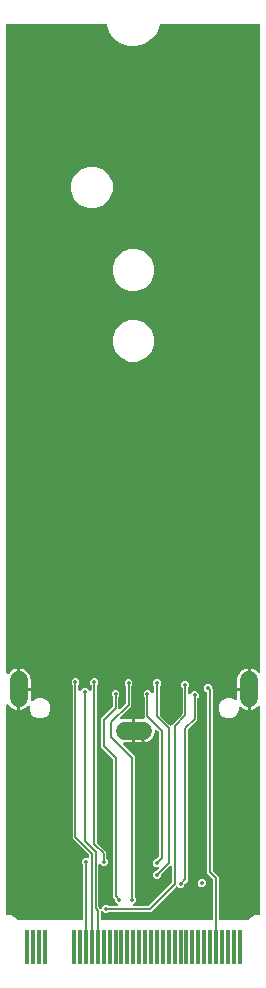
<source format=gbr>
G04 EAGLE Gerber RS-274X export*
G75*
%MOMM*%
%FSLAX34Y34*%
%LPD*%
%INBottom Copper*%
%IPPOS*%
%AMOC8*
5,1,8,0,0,1.08239X$1,22.5*%
G01*
%ADD10R,0.330000X3.000000*%
%ADD11C,1.500000*%
%ADD12C,0.352400*%
%ADD13C,0.152400*%

G36*
X66562Y38746D02*
X66562Y38746D01*
X66681Y38753D01*
X66719Y38766D01*
X66760Y38771D01*
X66870Y38814D01*
X66983Y38851D01*
X67018Y38873D01*
X67055Y38888D01*
X67151Y38958D01*
X67252Y39021D01*
X67280Y39051D01*
X67313Y39074D01*
X67389Y39166D01*
X67470Y39253D01*
X67490Y39288D01*
X67515Y39319D01*
X67566Y39427D01*
X67624Y39531D01*
X67634Y39571D01*
X67651Y39607D01*
X67673Y39724D01*
X67703Y39839D01*
X67707Y39900D01*
X67711Y39920D01*
X67709Y39940D01*
X67713Y40000D01*
X67713Y85113D01*
X67701Y85211D01*
X67698Y85310D01*
X67681Y85368D01*
X67673Y85428D01*
X67637Y85520D01*
X67609Y85616D01*
X67579Y85668D01*
X67556Y85724D01*
X67498Y85804D01*
X67448Y85889D01*
X67382Y85965D01*
X67370Y85981D01*
X67360Y85989D01*
X67342Y86010D01*
X66713Y86639D01*
X66713Y89361D01*
X68639Y91287D01*
X71492Y91287D01*
X71610Y91302D01*
X71729Y91309D01*
X71767Y91322D01*
X71808Y91327D01*
X71918Y91370D01*
X72031Y91407D01*
X72066Y91429D01*
X72103Y91444D01*
X72199Y91513D01*
X72300Y91577D01*
X72328Y91607D01*
X72361Y91630D01*
X72437Y91722D01*
X72518Y91809D01*
X72538Y91844D01*
X72563Y91875D01*
X72614Y91983D01*
X72672Y92087D01*
X72682Y92127D01*
X72699Y92163D01*
X72721Y92280D01*
X72751Y92395D01*
X72755Y92455D01*
X72759Y92475D01*
X72757Y92496D01*
X72761Y92556D01*
X72761Y93479D01*
X72749Y93577D01*
X72746Y93676D01*
X72729Y93735D01*
X72721Y93795D01*
X72685Y93887D01*
X72657Y93982D01*
X72627Y94034D01*
X72604Y94090D01*
X72546Y94170D01*
X72496Y94256D01*
X72430Y94331D01*
X72418Y94348D01*
X72408Y94355D01*
X72390Y94377D01*
X60425Y106342D01*
X60424Y106342D01*
X58713Y108053D01*
X58713Y237113D01*
X58701Y237211D01*
X58698Y237310D01*
X58681Y237368D01*
X58673Y237428D01*
X58637Y237520D01*
X58609Y237616D01*
X58579Y237668D01*
X58556Y237724D01*
X58498Y237804D01*
X58448Y237889D01*
X58382Y237965D01*
X58370Y237981D01*
X58360Y237989D01*
X58342Y238010D01*
X57713Y238639D01*
X57713Y241361D01*
X59639Y243287D01*
X62361Y243287D01*
X64287Y241361D01*
X64287Y238639D01*
X63658Y238010D01*
X63598Y237932D01*
X63530Y237860D01*
X63501Y237807D01*
X63464Y237759D01*
X63424Y237668D01*
X63376Y237581D01*
X63361Y237523D01*
X63337Y237467D01*
X63322Y237369D01*
X63297Y237274D01*
X63291Y237173D01*
X63287Y237153D01*
X63289Y237141D01*
X63287Y237113D01*
X63287Y233999D01*
X63304Y233862D01*
X63317Y233723D01*
X63324Y233704D01*
X63327Y233684D01*
X63378Y233555D01*
X63425Y233423D01*
X63436Y233407D01*
X63444Y233388D01*
X63525Y233275D01*
X63603Y233160D01*
X63619Y233147D01*
X63630Y233131D01*
X63738Y233042D01*
X63842Y232950D01*
X63860Y232941D01*
X63875Y232928D01*
X64001Y232868D01*
X64125Y232805D01*
X64145Y232801D01*
X64163Y232792D01*
X64299Y232766D01*
X64435Y232736D01*
X64456Y232736D01*
X64475Y232732D01*
X64614Y232741D01*
X64753Y232745D01*
X64773Y232751D01*
X64793Y232752D01*
X64925Y232795D01*
X65059Y232834D01*
X65076Y232844D01*
X65095Y232850D01*
X65213Y232925D01*
X65333Y232995D01*
X65354Y233014D01*
X65364Y233020D01*
X65378Y233035D01*
X65453Y233102D01*
X67639Y235287D01*
X70361Y235287D01*
X72547Y233102D01*
X72656Y233016D01*
X72763Y232928D01*
X72782Y232919D01*
X72798Y232907D01*
X72926Y232851D01*
X73051Y232792D01*
X73071Y232788D01*
X73090Y232780D01*
X73228Y232758D01*
X73364Y232732D01*
X73384Y232734D01*
X73404Y232730D01*
X73543Y232744D01*
X73681Y232752D01*
X73700Y232758D01*
X73720Y232760D01*
X73852Y232807D01*
X73983Y232850D01*
X74001Y232861D01*
X74020Y232868D01*
X74135Y232946D01*
X74252Y233020D01*
X74266Y233035D01*
X74283Y233046D01*
X74375Y233151D01*
X74470Y233252D01*
X74480Y233270D01*
X74493Y233285D01*
X74557Y233409D01*
X74624Y233530D01*
X74629Y233550D01*
X74638Y233568D01*
X74668Y233704D01*
X74703Y233838D01*
X74705Y233866D01*
X74708Y233878D01*
X74707Y233899D01*
X74713Y233999D01*
X74713Y237113D01*
X74701Y237211D01*
X74698Y237310D01*
X74681Y237368D01*
X74673Y237428D01*
X74637Y237520D01*
X74609Y237616D01*
X74579Y237668D01*
X74556Y237724D01*
X74498Y237804D01*
X74448Y237889D01*
X74382Y237965D01*
X74370Y237981D01*
X74360Y237989D01*
X74342Y238010D01*
X73713Y238639D01*
X73713Y241361D01*
X75639Y243287D01*
X78361Y243287D01*
X80287Y241361D01*
X80287Y238639D01*
X79658Y238010D01*
X79598Y237932D01*
X79530Y237860D01*
X79501Y237807D01*
X79464Y237759D01*
X79424Y237668D01*
X79376Y237581D01*
X79361Y237523D01*
X79337Y237467D01*
X79322Y237369D01*
X79297Y237274D01*
X79291Y237173D01*
X79287Y237153D01*
X79289Y237141D01*
X79287Y237113D01*
X79287Y104473D01*
X79299Y104375D01*
X79302Y104276D01*
X79319Y104218D01*
X79327Y104157D01*
X79363Y104065D01*
X79391Y103970D01*
X79421Y103918D01*
X79444Y103862D01*
X79502Y103782D01*
X79552Y103696D01*
X79618Y103621D01*
X79630Y103604D01*
X79640Y103597D01*
X79658Y103575D01*
X87287Y95947D01*
X87287Y90887D01*
X87299Y90789D01*
X87302Y90690D01*
X87319Y90632D01*
X87327Y90572D01*
X87363Y90480D01*
X87391Y90384D01*
X87421Y90332D01*
X87444Y90276D01*
X87502Y90196D01*
X87552Y90111D01*
X87618Y90035D01*
X87630Y90019D01*
X87640Y90011D01*
X87658Y89990D01*
X88287Y89361D01*
X88287Y86639D01*
X86361Y84713D01*
X83639Y84713D01*
X82549Y85802D01*
X82440Y85887D01*
X82333Y85976D01*
X82314Y85985D01*
X82298Y85997D01*
X82171Y86053D01*
X82045Y86112D01*
X82025Y86116D01*
X82006Y86124D01*
X81868Y86146D01*
X81732Y86172D01*
X81712Y86170D01*
X81692Y86174D01*
X81553Y86160D01*
X81415Y86152D01*
X81396Y86146D01*
X81376Y86144D01*
X81244Y86097D01*
X81113Y86054D01*
X81095Y86043D01*
X81076Y86036D01*
X80961Y85958D01*
X80844Y85884D01*
X80830Y85869D01*
X80813Y85858D01*
X80721Y85753D01*
X80626Y85652D01*
X80616Y85634D01*
X80603Y85619D01*
X80539Y85495D01*
X80472Y85374D01*
X80467Y85354D01*
X80458Y85336D01*
X80428Y85200D01*
X80393Y85066D01*
X80391Y85038D01*
X80388Y85026D01*
X80389Y85005D01*
X80383Y84905D01*
X80383Y49963D01*
X80395Y49865D01*
X80398Y49766D01*
X80415Y49707D01*
X80423Y49647D01*
X80459Y49555D01*
X80487Y49460D01*
X80517Y49408D01*
X80540Y49352D01*
X80598Y49271D01*
X80648Y49186D01*
X80714Y49111D01*
X80726Y49094D01*
X80736Y49086D01*
X80754Y49065D01*
X81547Y48273D01*
X81656Y48188D01*
X81763Y48099D01*
X81782Y48091D01*
X81798Y48078D01*
X81926Y48023D01*
X82051Y47964D01*
X82071Y47960D01*
X82090Y47952D01*
X82228Y47930D01*
X82364Y47904D01*
X82384Y47905D01*
X82404Y47902D01*
X82543Y47915D01*
X82681Y47924D01*
X82700Y47930D01*
X82720Y47932D01*
X82851Y47979D01*
X82983Y48022D01*
X83001Y48033D01*
X83020Y48039D01*
X83134Y48117D01*
X83252Y48192D01*
X83266Y48207D01*
X83283Y48218D01*
X83375Y48322D01*
X83470Y48424D01*
X83480Y48441D01*
X83493Y48456D01*
X83556Y48580D01*
X83624Y48702D01*
X83629Y48722D01*
X83638Y48740D01*
X83668Y48876D01*
X83703Y49010D01*
X83705Y49038D01*
X83708Y49050D01*
X83707Y49071D01*
X83713Y49171D01*
X83713Y49361D01*
X85639Y51287D01*
X88361Y51287D01*
X88990Y50659D01*
X89068Y50598D01*
X89140Y50530D01*
X89193Y50501D01*
X89241Y50464D01*
X89332Y50424D01*
X89419Y50376D01*
X89477Y50361D01*
X89533Y50337D01*
X89631Y50322D01*
X89726Y50297D01*
X89826Y50291D01*
X89847Y50287D01*
X89859Y50289D01*
X89887Y50287D01*
X96001Y50287D01*
X96138Y50304D01*
X96277Y50317D01*
X96296Y50324D01*
X96316Y50327D01*
X96445Y50378D01*
X96577Y50425D01*
X96593Y50436D01*
X96612Y50444D01*
X96725Y50525D01*
X96840Y50603D01*
X96853Y50619D01*
X96869Y50630D01*
X96958Y50738D01*
X97050Y50842D01*
X97059Y50860D01*
X97072Y50875D01*
X97132Y51001D01*
X97195Y51125D01*
X97199Y51145D01*
X97208Y51163D01*
X97234Y51299D01*
X97264Y51435D01*
X97264Y51456D01*
X97268Y51475D01*
X97259Y51614D01*
X97255Y51753D01*
X97249Y51773D01*
X97248Y51793D01*
X97205Y51925D01*
X97166Y52059D01*
X97156Y52076D01*
X97150Y52095D01*
X97075Y52213D01*
X97005Y52333D01*
X96986Y52354D01*
X96980Y52364D01*
X96965Y52378D01*
X96898Y52453D01*
X94713Y54639D01*
X94713Y55527D01*
X94701Y55625D01*
X94698Y55724D01*
X94681Y55782D01*
X94673Y55843D01*
X94637Y55935D01*
X94609Y56030D01*
X94579Y56082D01*
X94556Y56138D01*
X94498Y56218D01*
X94448Y56304D01*
X94382Y56379D01*
X94370Y56396D01*
X94360Y56403D01*
X94342Y56425D01*
X92713Y58053D01*
X92713Y174377D01*
X92701Y174475D01*
X92698Y174574D01*
X92681Y174632D01*
X92673Y174693D01*
X92637Y174785D01*
X92609Y174880D01*
X92579Y174932D01*
X92556Y174988D01*
X92498Y175068D01*
X92448Y175154D01*
X92382Y175229D01*
X92370Y175246D01*
X92360Y175253D01*
X92342Y175274D01*
X82879Y184737D01*
X82879Y209263D01*
X92342Y218726D01*
X92402Y218804D01*
X92470Y218876D01*
X92499Y218929D01*
X92536Y218977D01*
X92576Y219068D01*
X92624Y219154D01*
X92639Y219213D01*
X92663Y219269D01*
X92678Y219367D01*
X92703Y219462D01*
X92709Y219562D01*
X92713Y219583D01*
X92711Y219595D01*
X92713Y219623D01*
X92713Y227113D01*
X92701Y227211D01*
X92698Y227310D01*
X92681Y227368D01*
X92673Y227428D01*
X92637Y227520D01*
X92609Y227616D01*
X92579Y227668D01*
X92556Y227724D01*
X92498Y227804D01*
X92448Y227889D01*
X92382Y227965D01*
X92370Y227981D01*
X92360Y227989D01*
X92342Y228010D01*
X91713Y228639D01*
X91713Y231361D01*
X93639Y233287D01*
X96361Y233287D01*
X98287Y231361D01*
X98287Y228639D01*
X97658Y228010D01*
X97598Y227932D01*
X97530Y227860D01*
X97501Y227807D01*
X97464Y227759D01*
X97424Y227668D01*
X97376Y227581D01*
X97361Y227523D01*
X97337Y227467D01*
X97322Y227369D01*
X97297Y227274D01*
X97291Y227173D01*
X97287Y227153D01*
X97289Y227141D01*
X97287Y227113D01*
X97287Y218424D01*
X97304Y218287D01*
X97317Y218148D01*
X97324Y218129D01*
X97327Y218109D01*
X97378Y217980D01*
X97425Y217849D01*
X97436Y217832D01*
X97444Y217813D01*
X97525Y217701D01*
X97603Y217586D01*
X97619Y217572D01*
X97630Y217556D01*
X97738Y217467D01*
X97842Y217375D01*
X97860Y217366D01*
X97875Y217353D01*
X98001Y217294D01*
X98125Y217231D01*
X98145Y217226D01*
X98163Y217217D01*
X98299Y217191D01*
X98435Y217161D01*
X98456Y217162D01*
X98475Y217158D01*
X98614Y217166D01*
X98753Y217171D01*
X98773Y217176D01*
X98793Y217177D01*
X98925Y217220D01*
X99059Y217259D01*
X99076Y217269D01*
X99095Y217275D01*
X99213Y217350D01*
X99333Y217421D01*
X99354Y217439D01*
X99364Y217446D01*
X99378Y217461D01*
X99453Y217527D01*
X103342Y221415D01*
X103402Y221493D01*
X103470Y221565D01*
X103499Y221618D01*
X103536Y221666D01*
X103576Y221757D01*
X103624Y221844D01*
X103639Y221902D01*
X103663Y221958D01*
X103678Y222056D01*
X103703Y222152D01*
X103709Y222252D01*
X103713Y222272D01*
X103711Y222284D01*
X103713Y222312D01*
X103713Y236113D01*
X103701Y236211D01*
X103698Y236310D01*
X103681Y236368D01*
X103673Y236428D01*
X103637Y236520D01*
X103609Y236616D01*
X103579Y236668D01*
X103556Y236724D01*
X103498Y236804D01*
X103448Y236889D01*
X103382Y236965D01*
X103370Y236981D01*
X103360Y236989D01*
X103342Y237010D01*
X102713Y237639D01*
X102713Y240361D01*
X104639Y242287D01*
X107361Y242287D01*
X109287Y240361D01*
X109287Y237639D01*
X108658Y237010D01*
X108598Y236932D01*
X108530Y236860D01*
X108501Y236807D01*
X108464Y236759D01*
X108424Y236668D01*
X108376Y236581D01*
X108361Y236523D01*
X108337Y236467D01*
X108322Y236369D01*
X108297Y236274D01*
X108291Y236173D01*
X108287Y236153D01*
X108289Y236141D01*
X108287Y236113D01*
X108287Y219892D01*
X99260Y210866D01*
X99248Y210850D01*
X99233Y210838D01*
X99151Y210725D01*
X99066Y210615D01*
X99058Y210596D01*
X99046Y210580D01*
X98995Y210451D01*
X98939Y210323D01*
X98936Y210303D01*
X98929Y210285D01*
X98911Y210147D01*
X98889Y210009D01*
X98891Y209989D01*
X98889Y209969D01*
X98906Y209831D01*
X98919Y209692D01*
X98926Y209673D01*
X98928Y209654D01*
X98980Y209524D01*
X99027Y209393D01*
X99038Y209376D01*
X99045Y209358D01*
X99127Y209245D01*
X99205Y209130D01*
X99220Y209117D01*
X99232Y209100D01*
X99339Y209012D01*
X99444Y208919D01*
X99462Y208910D01*
X99477Y208898D01*
X99603Y208838D01*
X99727Y208775D01*
X99746Y208770D01*
X99765Y208762D01*
X99902Y208736D01*
X100037Y208705D01*
X100057Y208706D01*
X100077Y208702D01*
X100216Y208711D01*
X100355Y208715D01*
X100374Y208720D01*
X100394Y208722D01*
X100550Y208761D01*
X100649Y208793D01*
X102210Y209041D01*
X109231Y209041D01*
X109231Y199000D01*
X109231Y188959D01*
X102499Y188959D01*
X102362Y188942D01*
X102223Y188929D01*
X102204Y188922D01*
X102184Y188919D01*
X102055Y188868D01*
X101924Y188821D01*
X101907Y188810D01*
X101888Y188802D01*
X101776Y188721D01*
X101661Y188643D01*
X101647Y188627D01*
X101631Y188616D01*
X101542Y188508D01*
X101450Y188404D01*
X101441Y188386D01*
X101428Y188371D01*
X101369Y188245D01*
X101306Y188121D01*
X101301Y188101D01*
X101292Y188083D01*
X101266Y187946D01*
X101236Y187811D01*
X101237Y187790D01*
X101233Y187771D01*
X101241Y187632D01*
X101246Y187493D01*
X101251Y187473D01*
X101252Y187453D01*
X101295Y187321D01*
X101334Y187187D01*
X101344Y187170D01*
X101350Y187151D01*
X101425Y187033D01*
X101496Y186913D01*
X101514Y186892D01*
X101521Y186882D01*
X101536Y186868D01*
X101602Y186793D01*
X109575Y178819D01*
X111287Y177108D01*
X111287Y58887D01*
X111299Y58789D01*
X111302Y58690D01*
X111319Y58632D01*
X111327Y58572D01*
X111363Y58480D01*
X111391Y58384D01*
X111421Y58332D01*
X111444Y58276D01*
X111502Y58196D01*
X111552Y58110D01*
X111618Y58035D01*
X111630Y58019D01*
X111640Y58011D01*
X111659Y57990D01*
X112287Y57361D01*
X112287Y54639D01*
X110102Y52453D01*
X110016Y52344D01*
X109928Y52237D01*
X109919Y52218D01*
X109907Y52202D01*
X109851Y52074D01*
X109792Y51949D01*
X109788Y51929D01*
X109780Y51910D01*
X109758Y51772D01*
X109732Y51636D01*
X109734Y51616D01*
X109730Y51596D01*
X109744Y51457D01*
X109752Y51319D01*
X109758Y51300D01*
X109760Y51280D01*
X109807Y51148D01*
X109850Y51017D01*
X109861Y50999D01*
X109868Y50980D01*
X109946Y50865D01*
X110020Y50748D01*
X110035Y50734D01*
X110046Y50717D01*
X110151Y50625D01*
X110252Y50530D01*
X110270Y50520D01*
X110285Y50507D01*
X110409Y50443D01*
X110530Y50376D01*
X110550Y50371D01*
X110568Y50362D01*
X110704Y50332D01*
X110838Y50297D01*
X110866Y50295D01*
X110878Y50292D01*
X110899Y50293D01*
X110999Y50287D01*
X122527Y50287D01*
X122625Y50299D01*
X122724Y50302D01*
X122782Y50319D01*
X122843Y50327D01*
X122935Y50363D01*
X123030Y50391D01*
X123082Y50421D01*
X123138Y50444D01*
X123218Y50502D01*
X123304Y50552D01*
X123379Y50618D01*
X123396Y50630D01*
X123403Y50640D01*
X123425Y50658D01*
X142342Y69575D01*
X142402Y69654D01*
X142470Y69726D01*
X142493Y69768D01*
X142504Y69781D01*
X142509Y69792D01*
X142536Y69827D01*
X142576Y69918D01*
X142624Y70004D01*
X142639Y70063D01*
X142663Y70119D01*
X142678Y70217D01*
X142703Y70312D01*
X142709Y70412D01*
X142713Y70433D01*
X142711Y70445D01*
X142713Y70473D01*
X142713Y83415D01*
X142696Y83553D01*
X142683Y83691D01*
X142676Y83711D01*
X142673Y83731D01*
X142622Y83860D01*
X142575Y83991D01*
X142564Y84008D01*
X142556Y84026D01*
X142475Y84139D01*
X142397Y84254D01*
X142381Y84267D01*
X142370Y84284D01*
X142262Y84372D01*
X142158Y84464D01*
X142140Y84474D01*
X142125Y84486D01*
X141999Y84546D01*
X141875Y84609D01*
X141855Y84613D01*
X141837Y84622D01*
X141701Y84648D01*
X141565Y84679D01*
X141544Y84678D01*
X141525Y84682D01*
X141386Y84673D01*
X141247Y84669D01*
X141227Y84663D01*
X141207Y84662D01*
X141075Y84619D01*
X140941Y84581D01*
X140924Y84570D01*
X140905Y84564D01*
X140787Y84489D01*
X140667Y84419D01*
X140646Y84400D01*
X140636Y84394D01*
X140622Y84379D01*
X140547Y84313D01*
X133658Y77425D01*
X133598Y77346D01*
X133530Y77274D01*
X133501Y77221D01*
X133464Y77173D01*
X133424Y77082D01*
X133376Y76996D01*
X133361Y76937D01*
X133337Y76881D01*
X133322Y76783D01*
X133297Y76688D01*
X133291Y76588D01*
X133287Y76567D01*
X133289Y76555D01*
X133287Y76527D01*
X133287Y75639D01*
X131361Y73713D01*
X128639Y73713D01*
X126713Y75639D01*
X126713Y78361D01*
X128639Y80287D01*
X129527Y80287D01*
X129625Y80299D01*
X129724Y80302D01*
X129783Y80319D01*
X129843Y80327D01*
X129934Y80363D01*
X130030Y80391D01*
X130082Y80421D01*
X130138Y80444D01*
X130218Y80502D01*
X130304Y80552D01*
X130379Y80618D01*
X130396Y80630D01*
X130403Y80640D01*
X130425Y80658D01*
X131313Y81547D01*
X131398Y81656D01*
X131486Y81763D01*
X131495Y81782D01*
X131508Y81798D01*
X131563Y81925D01*
X131622Y82051D01*
X131626Y82071D01*
X131634Y82090D01*
X131656Y82228D01*
X131682Y82364D01*
X131681Y82384D01*
X131684Y82404D01*
X131671Y82543D01*
X131662Y82681D01*
X131656Y82700D01*
X131654Y82720D01*
X131607Y82851D01*
X131564Y82983D01*
X131553Y83001D01*
X131546Y83020D01*
X131468Y83134D01*
X131394Y83252D01*
X131379Y83266D01*
X131368Y83283D01*
X131264Y83375D01*
X131162Y83470D01*
X131144Y83480D01*
X131129Y83493D01*
X131006Y83556D01*
X130884Y83624D01*
X130864Y83629D01*
X130846Y83638D01*
X130710Y83668D01*
X130576Y83703D01*
X130548Y83705D01*
X130536Y83708D01*
X130515Y83707D01*
X130415Y83713D01*
X128639Y83713D01*
X126713Y85639D01*
X126713Y88361D01*
X128639Y90287D01*
X129527Y90287D01*
X129625Y90299D01*
X129724Y90302D01*
X129782Y90319D01*
X129843Y90327D01*
X129935Y90363D01*
X130030Y90391D01*
X130082Y90421D01*
X130138Y90444D01*
X130218Y90502D01*
X130304Y90552D01*
X130379Y90618D01*
X130396Y90630D01*
X130403Y90640D01*
X130425Y90658D01*
X131342Y91575D01*
X131402Y91654D01*
X131470Y91726D01*
X131499Y91779D01*
X131536Y91827D01*
X131576Y91918D01*
X131624Y92004D01*
X131639Y92063D01*
X131663Y92119D01*
X131678Y92217D01*
X131703Y92312D01*
X131709Y92412D01*
X131713Y92433D01*
X131711Y92445D01*
X131713Y92473D01*
X131713Y197527D01*
X131701Y197625D01*
X131698Y197724D01*
X131681Y197782D01*
X131673Y197843D01*
X131637Y197935D01*
X131609Y198030D01*
X131579Y198082D01*
X131556Y198138D01*
X131498Y198218D01*
X131448Y198304D01*
X131382Y198379D01*
X131370Y198396D01*
X131360Y198403D01*
X131342Y198425D01*
X130207Y199559D01*
X130127Y199621D01*
X130062Y199682D01*
X130030Y199700D01*
X129991Y199732D01*
X129972Y199741D01*
X129956Y199754D01*
X129847Y199801D01*
X129783Y199836D01*
X129756Y199843D01*
X129703Y199868D01*
X129683Y199872D01*
X129664Y199880D01*
X129530Y199901D01*
X129475Y199915D01*
X129446Y199917D01*
X129390Y199928D01*
X129370Y199927D01*
X129350Y199930D01*
X129211Y199917D01*
X129073Y199908D01*
X129054Y199902D01*
X129034Y199900D01*
X128902Y199853D01*
X128771Y199810D01*
X128753Y199799D01*
X128734Y199792D01*
X128700Y199769D01*
X128699Y199769D01*
X128689Y199761D01*
X128619Y199714D01*
X128502Y199640D01*
X128488Y199625D01*
X128471Y199614D01*
X128446Y199585D01*
X128441Y199582D01*
X128417Y199552D01*
X128379Y199510D01*
X128284Y199408D01*
X128274Y199390D01*
X128261Y199375D01*
X128245Y199345D01*
X128239Y199337D01*
X128209Y199274D01*
X128198Y199252D01*
X128130Y199130D01*
X128125Y199110D01*
X128116Y199092D01*
X128110Y199063D01*
X128103Y199049D01*
X128084Y198951D01*
X128051Y198822D01*
X128049Y198794D01*
X128046Y198782D01*
X128047Y198761D01*
X128047Y198754D01*
X128043Y198737D01*
X128044Y198719D01*
X128041Y198661D01*
X128041Y198210D01*
X127793Y196649D01*
X127305Y195146D01*
X126588Y193738D01*
X125659Y192459D01*
X124541Y191341D01*
X123262Y190412D01*
X121854Y189695D01*
X120351Y189207D01*
X118790Y188959D01*
X111769Y188959D01*
X111769Y199000D01*
X111769Y209041D01*
X118444Y209041D01*
X118562Y209056D01*
X118681Y209063D01*
X118719Y209076D01*
X118760Y209081D01*
X118870Y209124D01*
X118983Y209161D01*
X119018Y209183D01*
X119055Y209198D01*
X119151Y209267D01*
X119252Y209331D01*
X119280Y209361D01*
X119313Y209384D01*
X119389Y209476D01*
X119470Y209563D01*
X119490Y209598D01*
X119515Y209629D01*
X119566Y209737D01*
X119624Y209841D01*
X119634Y209881D01*
X119651Y209917D01*
X119673Y210034D01*
X119703Y210149D01*
X119707Y210209D01*
X119711Y210229D01*
X119709Y210250D01*
X119713Y210310D01*
X119713Y227113D01*
X119701Y227211D01*
X119698Y227310D01*
X119681Y227368D01*
X119673Y227428D01*
X119637Y227520D01*
X119609Y227616D01*
X119579Y227668D01*
X119556Y227724D01*
X119498Y227804D01*
X119448Y227889D01*
X119382Y227965D01*
X119370Y227981D01*
X119360Y227989D01*
X119342Y228010D01*
X118713Y228639D01*
X118713Y231361D01*
X120639Y233287D01*
X123361Y233287D01*
X125547Y231102D01*
X125656Y231016D01*
X125763Y230928D01*
X125782Y230919D01*
X125798Y230907D01*
X125926Y230851D01*
X126051Y230792D01*
X126071Y230788D01*
X126090Y230780D01*
X126228Y230758D01*
X126364Y230732D01*
X126384Y230734D01*
X126404Y230730D01*
X126543Y230744D01*
X126681Y230752D01*
X126700Y230758D01*
X126720Y230760D01*
X126852Y230807D01*
X126983Y230850D01*
X127001Y230861D01*
X127020Y230868D01*
X127135Y230946D01*
X127252Y231020D01*
X127266Y231035D01*
X127283Y231046D01*
X127375Y231151D01*
X127470Y231252D01*
X127480Y231270D01*
X127493Y231285D01*
X127557Y231409D01*
X127624Y231530D01*
X127629Y231550D01*
X127638Y231568D01*
X127668Y231704D01*
X127703Y231838D01*
X127705Y231866D01*
X127708Y231878D01*
X127707Y231899D01*
X127713Y231999D01*
X127713Y236113D01*
X127701Y236211D01*
X127698Y236310D01*
X127681Y236368D01*
X127673Y236428D01*
X127637Y236520D01*
X127609Y236616D01*
X127579Y236668D01*
X127556Y236724D01*
X127498Y236804D01*
X127448Y236889D01*
X127382Y236965D01*
X127370Y236981D01*
X127360Y236989D01*
X127342Y237010D01*
X126713Y237639D01*
X126713Y240361D01*
X128639Y242287D01*
X131361Y242287D01*
X133287Y240361D01*
X133287Y237639D01*
X132658Y237010D01*
X132598Y236932D01*
X132530Y236860D01*
X132501Y236807D01*
X132464Y236759D01*
X132424Y236668D01*
X132376Y236581D01*
X132361Y236523D01*
X132337Y236467D01*
X132322Y236369D01*
X132297Y236274D01*
X132291Y236173D01*
X132287Y236153D01*
X132289Y236141D01*
X132287Y236113D01*
X132287Y212473D01*
X132299Y212375D01*
X132302Y212276D01*
X132319Y212218D01*
X132327Y212157D01*
X132363Y212065D01*
X132391Y211970D01*
X132421Y211918D01*
X132444Y211862D01*
X132502Y211782D01*
X132552Y211696D01*
X132618Y211621D01*
X132630Y211604D01*
X132640Y211597D01*
X132658Y211575D01*
X140603Y203631D01*
X140697Y203558D01*
X140786Y203480D01*
X140822Y203461D01*
X140854Y203436D01*
X140963Y203389D01*
X141069Y203335D01*
X141108Y203326D01*
X141146Y203310D01*
X141263Y203291D01*
X141379Y203265D01*
X141420Y203267D01*
X141460Y203260D01*
X141578Y203271D01*
X141697Y203275D01*
X141736Y203286D01*
X141776Y203290D01*
X141888Y203330D01*
X142003Y203363D01*
X142038Y203384D01*
X142076Y203398D01*
X142174Y203465D01*
X142277Y203525D01*
X142322Y203565D01*
X142339Y203576D01*
X142352Y203592D01*
X142398Y203631D01*
X144425Y205658D01*
X151342Y212575D01*
X151402Y212654D01*
X151470Y212726D01*
X151499Y212779D01*
X151536Y212827D01*
X151576Y212918D01*
X151624Y213004D01*
X151639Y213063D01*
X151663Y213119D01*
X151678Y213217D01*
X151703Y213312D01*
X151709Y213412D01*
X151713Y213433D01*
X151711Y213445D01*
X151713Y213473D01*
X151713Y235113D01*
X151701Y235211D01*
X151698Y235310D01*
X151681Y235368D01*
X151673Y235428D01*
X151637Y235520D01*
X151609Y235616D01*
X151579Y235668D01*
X151556Y235724D01*
X151498Y235804D01*
X151448Y235889D01*
X151382Y235965D01*
X151370Y235981D01*
X151360Y235989D01*
X151342Y236010D01*
X150713Y236639D01*
X150713Y239361D01*
X152639Y241287D01*
X155361Y241287D01*
X157287Y239361D01*
X157287Y236639D01*
X156658Y236010D01*
X156598Y235932D01*
X156530Y235860D01*
X156501Y235807D01*
X156464Y235759D01*
X156424Y235668D01*
X156376Y235581D01*
X156361Y235523D01*
X156337Y235467D01*
X156322Y235369D01*
X156297Y235274D01*
X156291Y235173D01*
X156287Y235153D01*
X156289Y235141D01*
X156287Y235113D01*
X156287Y230999D01*
X156304Y230862D01*
X156317Y230723D01*
X156324Y230704D01*
X156327Y230684D01*
X156378Y230555D01*
X156425Y230423D01*
X156436Y230407D01*
X156444Y230388D01*
X156525Y230275D01*
X156603Y230160D01*
X156619Y230147D01*
X156630Y230131D01*
X156738Y230042D01*
X156842Y229950D01*
X156860Y229941D01*
X156875Y229928D01*
X157001Y229868D01*
X157125Y229805D01*
X157145Y229801D01*
X157163Y229792D01*
X157299Y229766D01*
X157435Y229736D01*
X157456Y229736D01*
X157475Y229732D01*
X157614Y229741D01*
X157753Y229745D01*
X157773Y229751D01*
X157793Y229752D01*
X157925Y229795D01*
X158059Y229834D01*
X158076Y229844D01*
X158095Y229850D01*
X158213Y229925D01*
X158333Y229995D01*
X158354Y230014D01*
X158364Y230020D01*
X158378Y230035D01*
X158453Y230102D01*
X160639Y232287D01*
X163361Y232287D01*
X165287Y230361D01*
X165287Y227639D01*
X164659Y227010D01*
X164598Y226932D01*
X164530Y226860D01*
X164501Y226807D01*
X164464Y226759D01*
X164424Y226668D01*
X164376Y226581D01*
X164361Y226523D01*
X164337Y226467D01*
X164322Y226369D01*
X164297Y226274D01*
X164291Y226174D01*
X164287Y226153D01*
X164289Y226141D01*
X164287Y226113D01*
X164287Y208053D01*
X156658Y200425D01*
X156598Y200346D01*
X156530Y200274D01*
X156501Y200221D01*
X156464Y200173D01*
X156424Y200082D01*
X156376Y199996D01*
X156361Y199937D01*
X156337Y199881D01*
X156322Y199783D01*
X156297Y199688D01*
X156291Y199588D01*
X156287Y199567D01*
X156289Y199555D01*
X156287Y199527D01*
X156287Y72053D01*
X154575Y70342D01*
X154575Y70341D01*
X153659Y69425D01*
X153598Y69346D01*
X153530Y69274D01*
X153501Y69221D01*
X153464Y69173D01*
X153424Y69082D01*
X153376Y68996D01*
X153361Y68937D01*
X153337Y68881D01*
X153322Y68783D01*
X153297Y68688D01*
X153291Y68588D01*
X153287Y68567D01*
X153289Y68555D01*
X153287Y68527D01*
X153287Y67639D01*
X151361Y65713D01*
X148639Y65713D01*
X147690Y66661D01*
X147596Y66734D01*
X147507Y66813D01*
X147471Y66832D01*
X147439Y66856D01*
X147330Y66904D01*
X147224Y66958D01*
X147184Y66967D01*
X147147Y66983D01*
X147029Y67001D01*
X146914Y67027D01*
X146873Y67026D01*
X146833Y67033D01*
X146715Y67021D01*
X146596Y67018D01*
X146557Y67007D01*
X146517Y67003D01*
X146404Y66962D01*
X146290Y66929D01*
X146255Y66909D01*
X146217Y66895D01*
X146119Y66828D01*
X146016Y66768D01*
X145971Y66728D01*
X145954Y66717D01*
X145941Y66701D01*
X145895Y66661D01*
X126658Y47425D01*
X124947Y45713D01*
X89887Y45713D01*
X89789Y45701D01*
X89690Y45698D01*
X89632Y45681D01*
X89572Y45673D01*
X89480Y45637D01*
X89384Y45609D01*
X89332Y45579D01*
X89276Y45556D01*
X89196Y45498D01*
X89110Y45448D01*
X89035Y45382D01*
X89019Y45370D01*
X89011Y45360D01*
X88990Y45341D01*
X88361Y44713D01*
X85639Y44713D01*
X84489Y45862D01*
X84380Y45947D01*
X84273Y46036D01*
X84254Y46045D01*
X84238Y46057D01*
X84111Y46113D01*
X83985Y46172D01*
X83965Y46176D01*
X83946Y46184D01*
X83808Y46206D01*
X83672Y46232D01*
X83652Y46230D01*
X83632Y46234D01*
X83493Y46220D01*
X83355Y46212D01*
X83336Y46206D01*
X83316Y46204D01*
X83184Y46157D01*
X83053Y46114D01*
X83035Y46103D01*
X83016Y46096D01*
X82901Y46018D01*
X82784Y45944D01*
X82770Y45929D01*
X82753Y45918D01*
X82661Y45813D01*
X82566Y45712D01*
X82556Y45694D01*
X82543Y45679D01*
X82479Y45555D01*
X82412Y45434D01*
X82407Y45414D01*
X82398Y45396D01*
X82368Y45260D01*
X82333Y45126D01*
X82331Y45098D01*
X82328Y45086D01*
X82329Y45065D01*
X82323Y44965D01*
X82323Y40000D01*
X82338Y39882D01*
X82345Y39763D01*
X82358Y39725D01*
X82363Y39684D01*
X82406Y39574D01*
X82443Y39461D01*
X82465Y39426D01*
X82480Y39389D01*
X82549Y39293D01*
X82613Y39192D01*
X82643Y39164D01*
X82666Y39131D01*
X82758Y39056D01*
X82845Y38974D01*
X82880Y38954D01*
X82911Y38929D01*
X83019Y38878D01*
X83123Y38820D01*
X83163Y38810D01*
X83199Y38793D01*
X83316Y38771D01*
X83431Y38741D01*
X83491Y38737D01*
X83511Y38733D01*
X83532Y38735D01*
X83592Y38731D01*
X176444Y38731D01*
X176562Y38746D01*
X176681Y38753D01*
X176719Y38766D01*
X176760Y38771D01*
X176870Y38814D01*
X176983Y38851D01*
X177018Y38873D01*
X177055Y38888D01*
X177151Y38958D01*
X177252Y39021D01*
X177280Y39051D01*
X177313Y39074D01*
X177389Y39166D01*
X177470Y39253D01*
X177490Y39288D01*
X177515Y39319D01*
X177566Y39427D01*
X177624Y39531D01*
X177634Y39571D01*
X177651Y39607D01*
X177673Y39724D01*
X177703Y39839D01*
X177707Y39900D01*
X177711Y39920D01*
X177709Y39940D01*
X177713Y40000D01*
X177713Y72527D01*
X177701Y72625D01*
X177698Y72724D01*
X177681Y72782D01*
X177673Y72843D01*
X177637Y72935D01*
X177609Y73030D01*
X177579Y73082D01*
X177556Y73138D01*
X177498Y73218D01*
X177448Y73304D01*
X177382Y73379D01*
X177370Y73396D01*
X177360Y73403D01*
X177342Y73425D01*
X172713Y78053D01*
X172713Y230444D01*
X172698Y230562D01*
X172691Y230681D01*
X172678Y230719D01*
X172673Y230760D01*
X172630Y230870D01*
X172593Y230983D01*
X172571Y231018D01*
X172556Y231055D01*
X172487Y231151D01*
X172423Y231252D01*
X172393Y231280D01*
X172370Y231313D01*
X172278Y231389D01*
X172191Y231470D01*
X172156Y231490D01*
X172125Y231515D01*
X172017Y231566D01*
X171913Y231624D01*
X171873Y231634D01*
X171837Y231651D01*
X171720Y231673D01*
X171664Y231688D01*
X169713Y233639D01*
X169713Y236361D01*
X171639Y238287D01*
X174361Y238287D01*
X176287Y236361D01*
X176287Y235473D01*
X176299Y235375D01*
X176302Y235276D01*
X176319Y235218D01*
X176327Y235157D01*
X176363Y235065D01*
X176391Y234970D01*
X176413Y234931D01*
X176416Y234925D01*
X176424Y234912D01*
X176444Y234862D01*
X176502Y234782D01*
X176552Y234696D01*
X176582Y234663D01*
X176586Y234656D01*
X176595Y234648D01*
X176618Y234621D01*
X176630Y234604D01*
X176640Y234597D01*
X176658Y234575D01*
X177287Y233947D01*
X177287Y80473D01*
X177299Y80375D01*
X177302Y80276D01*
X177319Y80218D01*
X177327Y80157D01*
X177363Y80065D01*
X177391Y79970D01*
X177421Y79918D01*
X177444Y79862D01*
X177502Y79782D01*
X177552Y79696D01*
X177618Y79621D01*
X177630Y79604D01*
X177640Y79597D01*
X177658Y79575D01*
X182287Y74947D01*
X182287Y40000D01*
X182302Y39882D01*
X182309Y39763D01*
X182322Y39725D01*
X182327Y39684D01*
X182370Y39574D01*
X182407Y39461D01*
X182429Y39426D01*
X182444Y39389D01*
X182513Y39293D01*
X182577Y39192D01*
X182607Y39164D01*
X182630Y39131D01*
X182722Y39056D01*
X182809Y38974D01*
X182844Y38954D01*
X182875Y38929D01*
X182983Y38878D01*
X183087Y38820D01*
X183127Y38810D01*
X183163Y38793D01*
X183280Y38771D01*
X183395Y38741D01*
X183455Y38737D01*
X183475Y38733D01*
X183496Y38735D01*
X183556Y38731D01*
X207487Y38731D01*
X207591Y38744D01*
X207697Y38748D01*
X207749Y38764D01*
X207802Y38771D01*
X207900Y38810D01*
X208002Y38840D01*
X208048Y38868D01*
X208098Y38888D01*
X208183Y38950D01*
X208274Y39004D01*
X208312Y39043D01*
X208355Y39074D01*
X208423Y39156D01*
X208497Y39231D01*
X208544Y39303D01*
X208558Y39319D01*
X208565Y39334D01*
X208586Y39365D01*
X208970Y40030D01*
X213318Y42541D01*
X216190Y42541D01*
X216308Y42556D01*
X216427Y42563D01*
X216465Y42576D01*
X216506Y42581D01*
X216616Y42624D01*
X216729Y42661D01*
X216764Y42683D01*
X216801Y42698D01*
X216897Y42767D01*
X216998Y42831D01*
X217026Y42861D01*
X217059Y42884D01*
X217135Y42976D01*
X217216Y43063D01*
X217236Y43098D01*
X217261Y43129D01*
X217312Y43237D01*
X217370Y43341D01*
X217380Y43381D01*
X217397Y43417D01*
X217419Y43534D01*
X217449Y43649D01*
X217453Y43709D01*
X217457Y43729D01*
X217455Y43750D01*
X217459Y43810D01*
X217459Y218695D01*
X217442Y218833D01*
X217429Y218972D01*
X217422Y218991D01*
X217419Y219011D01*
X217368Y219140D01*
X217321Y219271D01*
X217310Y219288D01*
X217302Y219307D01*
X217221Y219419D01*
X217143Y219534D01*
X217127Y219547D01*
X217116Y219564D01*
X217008Y219653D01*
X216904Y219745D01*
X216886Y219754D01*
X216871Y219767D01*
X216745Y219826D01*
X216621Y219889D01*
X216601Y219894D01*
X216583Y219902D01*
X216446Y219928D01*
X216311Y219959D01*
X216290Y219958D01*
X216271Y219962D01*
X216132Y219953D01*
X215993Y219949D01*
X215973Y219944D01*
X215953Y219942D01*
X215821Y219900D01*
X215687Y219861D01*
X215670Y219850D01*
X215651Y219844D01*
X215533Y219770D01*
X215413Y219699D01*
X215392Y219681D01*
X215382Y219674D01*
X215368Y219659D01*
X215293Y219593D01*
X214541Y218841D01*
X213262Y217912D01*
X211854Y217195D01*
X210351Y216707D01*
X209269Y216535D01*
X209269Y234000D01*
X209269Y251465D01*
X210351Y251293D01*
X211854Y250805D01*
X213262Y250088D01*
X214541Y249159D01*
X215293Y248407D01*
X215402Y248322D01*
X215509Y248233D01*
X215528Y248225D01*
X215544Y248212D01*
X215672Y248157D01*
X215797Y248098D01*
X215817Y248094D01*
X215836Y248086D01*
X215974Y248064D01*
X216110Y248038D01*
X216130Y248039D01*
X216150Y248036D01*
X216289Y248049D01*
X216427Y248058D01*
X216446Y248064D01*
X216466Y248066D01*
X216597Y248113D01*
X216729Y248156D01*
X216747Y248167D01*
X216766Y248173D01*
X216880Y248251D01*
X216998Y248326D01*
X217012Y248341D01*
X217029Y248352D01*
X217121Y248456D01*
X217216Y248558D01*
X217226Y248575D01*
X217239Y248590D01*
X217302Y248714D01*
X217370Y248836D01*
X217375Y248856D01*
X217384Y248874D01*
X217414Y249010D01*
X217449Y249144D01*
X217451Y249172D01*
X217454Y249184D01*
X217453Y249204D01*
X217459Y249305D01*
X217459Y796390D01*
X217444Y796508D01*
X217437Y796627D01*
X217424Y796665D01*
X217419Y796706D01*
X217376Y796816D01*
X217339Y796929D01*
X217317Y796964D01*
X217302Y797001D01*
X217233Y797097D01*
X217169Y797198D01*
X217139Y797226D01*
X217116Y797259D01*
X217024Y797335D01*
X216937Y797416D01*
X216902Y797436D01*
X216871Y797461D01*
X216763Y797512D01*
X216659Y797570D01*
X216619Y797580D01*
X216583Y797597D01*
X216466Y797619D01*
X216351Y797649D01*
X216291Y797653D01*
X216271Y797657D01*
X216250Y797655D01*
X216190Y797659D01*
X133624Y797659D01*
X133537Y797648D01*
X133450Y797647D01*
X133380Y797628D01*
X133309Y797619D01*
X133227Y797587D01*
X133143Y797564D01*
X133080Y797529D01*
X133013Y797502D01*
X132942Y797451D01*
X132866Y797408D01*
X132814Y797358D01*
X132756Y797316D01*
X132700Y797248D01*
X132637Y797187D01*
X132599Y797126D01*
X132553Y797071D01*
X132516Y796991D01*
X132470Y796917D01*
X132448Y796848D01*
X132417Y796783D01*
X132401Y796697D01*
X132375Y796613D01*
X132364Y796516D01*
X129813Y789824D01*
X125328Y784258D01*
X119343Y780351D01*
X112443Y778484D01*
X108968Y778658D01*
X108951Y778656D01*
X108905Y778659D01*
X105588Y778659D01*
X99099Y780768D01*
X93579Y784779D01*
X89568Y790299D01*
X87461Y796782D01*
X87427Y796854D01*
X87403Y796929D01*
X87360Y796997D01*
X87326Y797070D01*
X87275Y797131D01*
X87233Y797198D01*
X87174Y797253D01*
X87123Y797315D01*
X87059Y797362D01*
X87001Y797416D01*
X86931Y797455D01*
X86866Y797502D01*
X86792Y797531D01*
X86723Y797570D01*
X86645Y797590D01*
X86570Y797619D01*
X86492Y797629D01*
X86415Y797649D01*
X86255Y797659D01*
X86254Y797659D01*
X3810Y797659D01*
X3692Y797644D01*
X3573Y797637D01*
X3535Y797624D01*
X3494Y797619D01*
X3384Y797576D01*
X3271Y797539D01*
X3236Y797517D01*
X3199Y797502D01*
X3103Y797433D01*
X3002Y797369D01*
X2974Y797339D01*
X2941Y797316D01*
X2865Y797224D01*
X2784Y797137D01*
X2764Y797102D01*
X2739Y797071D01*
X2688Y796963D01*
X2630Y796859D01*
X2620Y796819D01*
X2603Y796783D01*
X2581Y796666D01*
X2551Y796551D01*
X2547Y796491D01*
X2543Y796471D01*
X2545Y796450D01*
X2541Y796390D01*
X2541Y248093D01*
X2551Y248014D01*
X2551Y247934D01*
X2571Y247857D01*
X2581Y247777D01*
X2610Y247703D01*
X2630Y247626D01*
X2668Y247556D01*
X2698Y247481D01*
X2744Y247417D01*
X2783Y247347D01*
X2837Y247289D01*
X2884Y247224D01*
X2946Y247173D01*
X3000Y247115D01*
X3068Y247072D01*
X3129Y247021D01*
X3201Y246987D01*
X3269Y246945D01*
X3345Y246920D01*
X3417Y246886D01*
X3495Y246871D01*
X3571Y246846D01*
X3651Y246841D01*
X3729Y246826D01*
X3809Y246831D01*
X3889Y246826D01*
X3967Y246841D01*
X4047Y246846D01*
X4123Y246870D01*
X4201Y246885D01*
X4273Y246919D01*
X4349Y246944D01*
X4417Y246986D01*
X4489Y247020D01*
X4551Y247071D01*
X4618Y247114D01*
X4673Y247172D01*
X4734Y247223D01*
X4835Y247345D01*
X4836Y247346D01*
X4837Y247347D01*
X5341Y248041D01*
X6459Y249159D01*
X7738Y250088D01*
X9146Y250805D01*
X10649Y251293D01*
X11731Y251465D01*
X11731Y234000D01*
X11731Y216535D01*
X10649Y216707D01*
X9146Y217195D01*
X7738Y217912D01*
X6459Y218841D01*
X5341Y219959D01*
X4837Y220653D01*
X4782Y220712D01*
X4736Y220776D01*
X4674Y220827D01*
X4619Y220885D01*
X4552Y220928D01*
X4491Y220979D01*
X4418Y221013D01*
X4351Y221056D01*
X4275Y221080D01*
X4203Y221114D01*
X4124Y221129D01*
X4048Y221154D01*
X3969Y221159D01*
X3890Y221174D01*
X3811Y221169D01*
X3731Y221174D01*
X3653Y221159D01*
X3573Y221154D01*
X3497Y221130D01*
X3418Y221115D01*
X3346Y221081D01*
X3271Y221056D01*
X3203Y221013D01*
X3131Y220979D01*
X3069Y220929D01*
X3002Y220886D01*
X2947Y220828D01*
X2885Y220777D01*
X2838Y220712D01*
X2784Y220654D01*
X2745Y220584D01*
X2698Y220520D01*
X2669Y220446D01*
X2630Y220376D01*
X2610Y220299D01*
X2581Y220224D01*
X2571Y220145D01*
X2551Y220068D01*
X2541Y219910D01*
X2541Y219909D01*
X2541Y219908D01*
X2541Y219907D01*
X2541Y43810D01*
X2556Y43692D01*
X2563Y43573D01*
X2576Y43535D01*
X2581Y43494D01*
X2624Y43384D01*
X2661Y43271D01*
X2683Y43236D01*
X2698Y43199D01*
X2767Y43103D01*
X2831Y43002D01*
X2861Y42974D01*
X2884Y42941D01*
X2976Y42865D01*
X3063Y42784D01*
X3098Y42764D01*
X3129Y42739D01*
X3237Y42688D01*
X3341Y42630D01*
X3381Y42620D01*
X3417Y42603D01*
X3534Y42581D01*
X3649Y42551D01*
X3709Y42547D01*
X3729Y42543D01*
X3750Y42545D01*
X3810Y42541D01*
X6682Y42541D01*
X11030Y40030D01*
X11414Y39365D01*
X11478Y39281D01*
X11535Y39192D01*
X11574Y39155D01*
X11606Y39112D01*
X11689Y39046D01*
X11766Y38974D01*
X11813Y38948D01*
X11856Y38914D01*
X11952Y38871D01*
X12045Y38820D01*
X12097Y38807D01*
X12146Y38785D01*
X12250Y38767D01*
X12353Y38741D01*
X12438Y38736D01*
X12460Y38732D01*
X12475Y38733D01*
X12513Y38731D01*
X66444Y38731D01*
X66562Y38746D01*
G37*
%LPC*%
G36*
X71511Y641459D02*
X71511Y641459D01*
X65064Y644130D01*
X60130Y649064D01*
X57459Y655511D01*
X57459Y662489D01*
X60130Y668936D01*
X65064Y673870D01*
X71511Y676541D01*
X78489Y676541D01*
X84936Y673870D01*
X89870Y668936D01*
X92541Y662489D01*
X92541Y655511D01*
X89870Y649064D01*
X84936Y644130D01*
X78489Y641459D01*
X71511Y641459D01*
G37*
%LPD*%
%LPC*%
G36*
X106511Y571459D02*
X106511Y571459D01*
X100064Y574130D01*
X95130Y579064D01*
X92459Y585511D01*
X92459Y592489D01*
X95130Y598936D01*
X100064Y603870D01*
X106511Y606541D01*
X113489Y606541D01*
X119936Y603870D01*
X124870Y598936D01*
X127541Y592489D01*
X127541Y585511D01*
X124870Y579064D01*
X119936Y574130D01*
X113489Y571459D01*
X106511Y571459D01*
G37*
%LPD*%
%LPC*%
G36*
X106511Y511459D02*
X106511Y511459D01*
X100064Y514130D01*
X95130Y519064D01*
X92459Y525511D01*
X92459Y532489D01*
X95130Y538936D01*
X100064Y543870D01*
X106511Y546541D01*
X113489Y546541D01*
X119936Y543870D01*
X124870Y538936D01*
X127541Y532489D01*
X127541Y525511D01*
X124870Y519064D01*
X119936Y514130D01*
X113489Y511459D01*
X106511Y511459D01*
G37*
%LPD*%
%LPC*%
G36*
X29301Y209459D02*
X29301Y209459D01*
X26162Y210759D01*
X23759Y213162D01*
X22459Y216301D01*
X22459Y218695D01*
X22442Y218833D01*
X22429Y218972D01*
X22422Y218991D01*
X22419Y219011D01*
X22368Y219140D01*
X22321Y219271D01*
X22310Y219288D01*
X22302Y219307D01*
X22221Y219419D01*
X22143Y219534D01*
X22127Y219547D01*
X22116Y219564D01*
X22008Y219653D01*
X21904Y219745D01*
X21886Y219754D01*
X21871Y219767D01*
X21745Y219826D01*
X21621Y219889D01*
X21601Y219894D01*
X21583Y219902D01*
X21446Y219928D01*
X21311Y219959D01*
X21290Y219958D01*
X21271Y219962D01*
X21132Y219953D01*
X20993Y219949D01*
X20973Y219944D01*
X20953Y219942D01*
X20821Y219900D01*
X20687Y219861D01*
X20670Y219850D01*
X20651Y219844D01*
X20533Y219770D01*
X20413Y219699D01*
X20392Y219681D01*
X20382Y219674D01*
X20368Y219659D01*
X20293Y219593D01*
X19541Y218841D01*
X18262Y217912D01*
X16854Y217195D01*
X15351Y216707D01*
X14269Y216535D01*
X14269Y232731D01*
X23041Y232731D01*
X23041Y225710D01*
X22976Y225302D01*
X22974Y225222D01*
X22961Y225143D01*
X22969Y225064D01*
X22966Y224984D01*
X22983Y224906D01*
X22991Y224827D01*
X23018Y224751D01*
X23035Y224674D01*
X23071Y224603D01*
X23098Y224528D01*
X23143Y224461D01*
X23180Y224390D01*
X23232Y224330D01*
X23277Y224264D01*
X23337Y224211D01*
X23390Y224151D01*
X23456Y224107D01*
X23516Y224054D01*
X23587Y224017D01*
X23653Y223973D01*
X23728Y223946D01*
X23799Y223909D01*
X23877Y223892D01*
X23952Y223865D01*
X24031Y223857D01*
X24109Y223840D01*
X24189Y223842D01*
X24269Y223834D01*
X24347Y223847D01*
X24427Y223849D01*
X24504Y223872D01*
X24583Y223884D01*
X24656Y223916D01*
X24732Y223938D01*
X24801Y223978D01*
X24875Y224010D01*
X24938Y224059D01*
X25006Y224099D01*
X25125Y224204D01*
X25126Y224205D01*
X25127Y224206D01*
X26162Y225241D01*
X29301Y226541D01*
X32699Y226541D01*
X35838Y225241D01*
X38241Y222838D01*
X39541Y219699D01*
X39541Y216301D01*
X38241Y213162D01*
X35838Y210759D01*
X32699Y209459D01*
X29301Y209459D01*
G37*
%LPD*%
%LPC*%
G36*
X189301Y209459D02*
X189301Y209459D01*
X186162Y210759D01*
X183759Y213162D01*
X182459Y216301D01*
X182459Y219699D01*
X183759Y222838D01*
X186162Y225241D01*
X189301Y226541D01*
X192699Y226541D01*
X195866Y225229D01*
X195902Y225201D01*
X196009Y225112D01*
X196028Y225103D01*
X196044Y225091D01*
X196172Y225036D01*
X196297Y224976D01*
X196317Y224973D01*
X196336Y224965D01*
X196473Y224943D01*
X196610Y224917D01*
X196630Y224918D01*
X196650Y224915D01*
X196788Y224928D01*
X196927Y224936D01*
X196946Y224943D01*
X196966Y224945D01*
X197098Y224992D01*
X197229Y225034D01*
X197246Y225045D01*
X197266Y225052D01*
X197381Y225130D01*
X197498Y225205D01*
X197512Y225219D01*
X197529Y225231D01*
X197621Y225335D01*
X197716Y225436D01*
X197726Y225454D01*
X197739Y225469D01*
X197802Y225593D01*
X197870Y225715D01*
X197875Y225734D01*
X197884Y225752D01*
X197914Y225889D01*
X197949Y226023D01*
X197951Y226051D01*
X197954Y226063D01*
X197953Y226083D01*
X197959Y226183D01*
X197959Y232731D01*
X206731Y232731D01*
X206731Y216535D01*
X205649Y216707D01*
X204146Y217195D01*
X202737Y217912D01*
X201556Y218771D01*
X201521Y218790D01*
X201491Y218815D01*
X201382Y218866D01*
X201277Y218924D01*
X201239Y218934D01*
X201203Y218951D01*
X201086Y218973D01*
X200969Y219003D01*
X200929Y219003D01*
X200890Y219011D01*
X200771Y219003D01*
X200651Y219003D01*
X200613Y218993D01*
X200573Y218991D01*
X200459Y218954D01*
X200343Y218924D01*
X200308Y218905D01*
X200271Y218893D01*
X200169Y218829D01*
X200065Y218771D01*
X200036Y218744D01*
X200002Y218723D01*
X199920Y218635D01*
X199833Y218554D01*
X199811Y218520D01*
X199784Y218491D01*
X199726Y218386D01*
X199662Y218285D01*
X199650Y218247D01*
X199630Y218213D01*
X199601Y218097D01*
X199563Y217983D01*
X199561Y217943D01*
X199551Y217905D01*
X199541Y217744D01*
X199541Y216301D01*
X198241Y213162D01*
X195838Y210759D01*
X192699Y209459D01*
X189301Y209459D01*
G37*
%LPD*%
%LPC*%
G36*
X14269Y235269D02*
X14269Y235269D01*
X14269Y251465D01*
X15351Y251293D01*
X16854Y250805D01*
X18262Y250088D01*
X19541Y249159D01*
X20659Y248041D01*
X21588Y246762D01*
X22305Y245354D01*
X22793Y243851D01*
X23041Y242290D01*
X23041Y235269D01*
X14269Y235269D01*
G37*
%LPD*%
%LPC*%
G36*
X197959Y235269D02*
X197959Y235269D01*
X197959Y242290D01*
X198207Y243851D01*
X198695Y245354D01*
X199412Y246762D01*
X200341Y248041D01*
X201459Y249159D01*
X202738Y250088D01*
X204146Y250805D01*
X205649Y251293D01*
X206731Y251465D01*
X206731Y235269D01*
X197959Y235269D01*
G37*
%LPD*%
%LPC*%
G36*
X166639Y66713D02*
X166639Y66713D01*
X164713Y68639D01*
X164713Y71361D01*
X166639Y73287D01*
X169361Y73287D01*
X171287Y71361D01*
X171287Y68639D01*
X169361Y66713D01*
X166639Y66713D01*
G37*
%LPD*%
D10*
X20000Y16000D03*
X25000Y16000D03*
X30000Y16000D03*
X35000Y16000D03*
X60000Y16000D03*
X65000Y16000D03*
X70000Y16000D03*
X75000Y16000D03*
X80000Y16000D03*
X85000Y16000D03*
X90000Y16000D03*
X95000Y16000D03*
X100000Y16000D03*
X105000Y16000D03*
X110000Y16000D03*
X115000Y16000D03*
X120000Y16000D03*
X125000Y16000D03*
X130000Y16000D03*
X135000Y16000D03*
X140000Y16000D03*
X145000Y16000D03*
X150000Y16000D03*
X155000Y16000D03*
X160000Y16000D03*
X165000Y16000D03*
X170000Y16000D03*
X175000Y16000D03*
X180000Y16000D03*
X185000Y16000D03*
X190000Y16000D03*
X195000Y16000D03*
X200000Y16000D03*
D11*
X208000Y226500D02*
X208000Y241500D01*
X13000Y241500D02*
X13000Y226500D01*
X103000Y199000D02*
X118000Y199000D01*
D12*
X61000Y240000D03*
D13*
X61000Y109000D01*
X75048Y94952D02*
X75048Y16048D01*
X75000Y16000D01*
X75048Y94952D02*
X61000Y109000D01*
D12*
X69000Y232000D03*
D13*
X69000Y105311D01*
X78096Y96215D01*
X78096Y48490D02*
X80036Y46550D01*
X80036Y16036D01*
X80000Y16000D01*
X78096Y48490D02*
X78096Y96215D01*
D12*
X109000Y56000D03*
X106000Y239000D03*
D13*
X91214Y206054D02*
X91214Y193947D01*
X106000Y220840D02*
X106000Y239000D01*
X106000Y220840D02*
X91214Y206054D01*
X91214Y193947D02*
X109000Y176161D01*
X109000Y56000D01*
D12*
X98000Y56000D03*
X95000Y230000D03*
D13*
X95000Y59000D02*
X98000Y56000D01*
X95000Y218150D02*
X95000Y230000D01*
X85166Y208316D02*
X85166Y185684D01*
X95000Y175850D02*
X95000Y59000D01*
X85166Y208316D02*
X95000Y218150D01*
X85166Y185684D02*
X95000Y175850D01*
D12*
X130000Y77000D03*
X130000Y239000D03*
D13*
X140000Y201000D02*
X140000Y87000D01*
X130000Y77000D01*
X140000Y201000D02*
X130000Y211000D01*
X130000Y239000D01*
D12*
X130000Y87000D03*
X122000Y230000D03*
D13*
X122000Y211000D01*
X134000Y199000D01*
X134000Y91000D01*
X130000Y87000D01*
D12*
X150000Y69000D03*
X162000Y229000D03*
D13*
X162000Y209000D01*
X154000Y201000D01*
X154000Y73000D02*
X150000Y69000D01*
X154000Y73000D02*
X154000Y201000D01*
D12*
X87000Y48000D03*
X154000Y238000D03*
D13*
X154000Y212000D01*
X145000Y203000D01*
X145000Y69000D01*
X124000Y48000D01*
X87000Y48000D01*
X180000Y74000D02*
X180000Y16000D01*
X180000Y74000D02*
X175000Y79000D01*
X175000Y233000D02*
X173000Y235000D01*
X175000Y233000D02*
X175000Y79000D01*
D12*
X173000Y235000D03*
X77000Y240000D03*
D13*
X77000Y103000D01*
X85000Y95000D01*
D12*
X70000Y88000D03*
X85000Y88000D03*
D13*
X85000Y95000D01*
X70000Y88000D02*
X70000Y16000D01*
D12*
X91000Y264000D03*
X64000Y60000D03*
X45000Y174000D03*
X18000Y180000D03*
X21000Y88000D03*
X124000Y173000D03*
X53000Y92000D03*
D13*
X91000Y264000D02*
X92000Y264000D01*
X114000Y264000D01*
X200000Y264000D01*
X208000Y256000D01*
X208000Y234000D01*
X110500Y215500D02*
X110500Y199000D01*
X110500Y215500D02*
X114000Y219000D01*
X114000Y264000D01*
X18000Y180000D02*
X13000Y185000D01*
X13000Y234000D01*
X124000Y184000D02*
X124000Y173000D01*
X110500Y197500D02*
X110500Y199000D01*
X110500Y197500D02*
X124000Y184000D01*
X91000Y264000D02*
X22000Y264000D01*
X13000Y255000D02*
X13000Y234000D01*
X13000Y255000D02*
X22000Y264000D01*
X49000Y60000D02*
X64000Y60000D01*
X49000Y60000D02*
X21000Y88000D01*
D12*
X17000Y280000D03*
X86000Y292000D03*
X208000Y275000D03*
X44000Y330000D03*
X88000Y330000D03*
X132000Y330000D03*
X176000Y330000D03*
X196000Y169000D03*
X14000Y146000D03*
X120000Y97000D03*
X192000Y105000D03*
D13*
X88000Y330000D02*
X44000Y330000D01*
X88000Y330000D02*
X132000Y330000D01*
X176000Y330000D01*
X208000Y298000D01*
X208000Y275000D01*
X208000Y234000D01*
X86000Y292000D02*
X74000Y280000D01*
X17000Y280000D01*
X86000Y270000D02*
X86000Y292000D01*
X86000Y270000D02*
X92000Y264000D01*
X88000Y294000D02*
X88000Y330000D01*
X88000Y294000D02*
X86000Y292000D01*
X14000Y176000D02*
X14000Y146000D01*
X14000Y176000D02*
X18000Y180000D01*
D12*
X168000Y70000D03*
M02*

</source>
